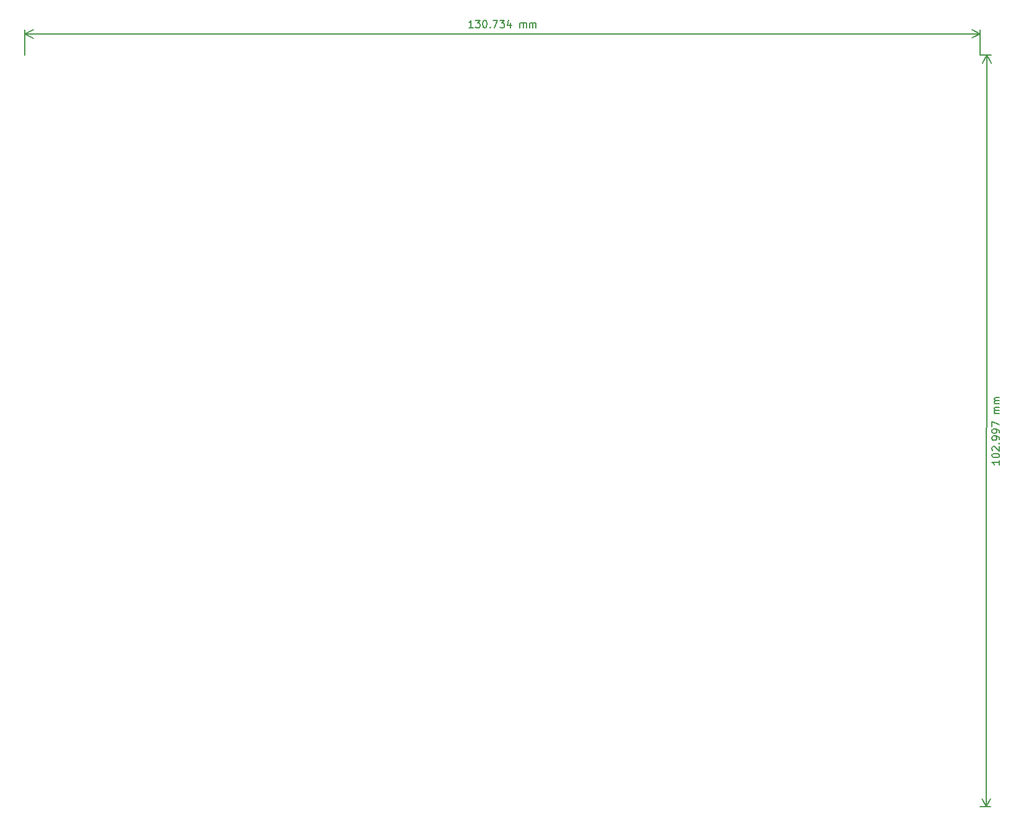
<source format=gbr>
G04 #@! TF.GenerationSoftware,KiCad,Pcbnew,(5.1.2)-2*
G04 #@! TF.CreationDate,2019-08-01T21:41:24-03:00*
G04 #@! TF.ProjectId,Frequency_Inverter,46726571-7565-46e6-9379-5f496e766572,rev?*
G04 #@! TF.SameCoordinates,Original*
G04 #@! TF.FileFunction,Drawing*
%FSLAX46Y46*%
G04 Gerber Fmt 4.6, Leading zero omitted, Abs format (unit mm)*
G04 Created by KiCad (PCBNEW (5.1.2)-2) date 2019-08-01 21:41:24*
%MOMM*%
%LPD*%
G04 APERTURE LIST*
%ADD10C,0.150000*%
G04 APERTURE END LIST*
D10*
X209663082Y-101495364D02*
X209662941Y-102066793D01*
X209663012Y-101781078D02*
X208663012Y-101780832D01*
X208805845Y-101876105D01*
X208901060Y-101971367D01*
X208948656Y-102066616D01*
X208663235Y-100876070D02*
X208663258Y-100780832D01*
X208710901Y-100685605D01*
X208758532Y-100637998D01*
X208853782Y-100590402D01*
X209044270Y-100542830D01*
X209282365Y-100542889D01*
X209472829Y-100590555D01*
X209568056Y-100638198D01*
X209615663Y-100685828D01*
X209663258Y-100781078D01*
X209663235Y-100876316D01*
X209615592Y-100971543D01*
X209567962Y-101019150D01*
X209472712Y-101066746D01*
X209282224Y-101114318D01*
X209044129Y-101114259D01*
X208853664Y-101066593D01*
X208758438Y-101018950D01*
X208710831Y-100971320D01*
X208663235Y-100876070D01*
X208758649Y-100161808D02*
X208711042Y-100114177D01*
X208663446Y-100018927D01*
X208663505Y-99780832D01*
X208711148Y-99685605D01*
X208758778Y-99637998D01*
X208854028Y-99590403D01*
X208949266Y-99590426D01*
X209092112Y-99638080D01*
X209663399Y-100209650D01*
X209663552Y-99590602D01*
X209568420Y-99162007D02*
X209616050Y-99114400D01*
X209663658Y-99162031D01*
X209616027Y-99209638D01*
X209568420Y-99162007D01*
X209663658Y-99162031D01*
X209663787Y-98638221D02*
X209663834Y-98447745D01*
X209616238Y-98352495D01*
X209568631Y-98304864D01*
X209425797Y-98209591D01*
X209235333Y-98161925D01*
X208854381Y-98161831D01*
X208759131Y-98209427D01*
X208711500Y-98257034D01*
X208663857Y-98352260D01*
X208663810Y-98542737D01*
X208711406Y-98637986D01*
X208759013Y-98685617D01*
X208854240Y-98733260D01*
X209092335Y-98733318D01*
X209187585Y-98685723D01*
X209235215Y-98638116D01*
X209282858Y-98542889D01*
X209282905Y-98352413D01*
X209235309Y-98257163D01*
X209187702Y-98209532D01*
X209092476Y-98161890D01*
X209664022Y-97685840D02*
X209664069Y-97495364D01*
X209616473Y-97400114D01*
X209568866Y-97352483D01*
X209426032Y-97257210D01*
X209235568Y-97209544D01*
X208854615Y-97209450D01*
X208759366Y-97257046D01*
X208711735Y-97304653D01*
X208664092Y-97399879D01*
X208664045Y-97590356D01*
X208711641Y-97685605D01*
X208759248Y-97733236D01*
X208854474Y-97780879D01*
X209092570Y-97780937D01*
X209187820Y-97733342D01*
X209235450Y-97685735D01*
X209283093Y-97590508D01*
X209283140Y-97400032D01*
X209235544Y-97304782D01*
X209187937Y-97257151D01*
X209092711Y-97209509D01*
X208664221Y-96876070D02*
X208664386Y-96209403D01*
X209664280Y-96638221D01*
X209664668Y-95066793D02*
X208998001Y-95066628D01*
X209093239Y-95066652D02*
X209045632Y-95019021D01*
X208998036Y-94923771D01*
X208998071Y-94780914D01*
X209045714Y-94685688D01*
X209140964Y-94638092D01*
X209664773Y-94638221D01*
X209140964Y-94638092D02*
X209045737Y-94590450D01*
X208998142Y-94495200D01*
X208998177Y-94352343D01*
X209045820Y-94257116D01*
X209141069Y-94209521D01*
X209664879Y-94209650D01*
X209664996Y-93733459D02*
X208998330Y-93733295D01*
X209093568Y-93733319D02*
X209045961Y-93685688D01*
X208998365Y-93590438D01*
X208998400Y-93447581D01*
X209046043Y-93352354D01*
X209141293Y-93304759D01*
X209665102Y-93304888D01*
X209141293Y-93304759D02*
X209046066Y-93257116D01*
X208998471Y-93161866D01*
X208998506Y-93019009D01*
X209046148Y-92923783D01*
X209141398Y-92876187D01*
X209665208Y-92876317D01*
X207924400Y-45948813D02*
X207899000Y-148945813D01*
X207060800Y-45948600D02*
X208510821Y-45948958D01*
X207035400Y-148945600D02*
X208485421Y-148945958D01*
X207899000Y-148945813D02*
X207312857Y-147819165D01*
X207899000Y-148945813D02*
X208485699Y-147819454D01*
X207924400Y-45948813D02*
X207337701Y-47075172D01*
X207924400Y-45948813D02*
X208510543Y-47075461D01*
X137645552Y-42218685D02*
X137074124Y-42218796D01*
X137359838Y-42218740D02*
X137359644Y-41218740D01*
X137264434Y-41361616D01*
X137169214Y-41456873D01*
X137073985Y-41504510D01*
X137978691Y-41218620D02*
X138597739Y-41218500D01*
X138264480Y-41599517D01*
X138407337Y-41599489D01*
X138502584Y-41647090D01*
X138550213Y-41694700D01*
X138597850Y-41789928D01*
X138597896Y-42028024D01*
X138550296Y-42123271D01*
X138502686Y-42170899D01*
X138407457Y-42218537D01*
X138121743Y-42218592D01*
X138026496Y-42170992D01*
X137978867Y-42123382D01*
X139216787Y-41218380D02*
X139312025Y-41218361D01*
X139407272Y-41265962D01*
X139454900Y-41313571D01*
X139502538Y-41408800D01*
X139550194Y-41599267D01*
X139550240Y-41837362D01*
X139502658Y-42027848D01*
X139455058Y-42123095D01*
X139407448Y-42170723D01*
X139312219Y-42218361D01*
X139216981Y-42218380D01*
X139121734Y-42170779D01*
X139074105Y-42123169D01*
X139026468Y-42027940D01*
X138978812Y-41837473D01*
X138978765Y-41599378D01*
X139026347Y-41408893D01*
X139073948Y-41313645D01*
X139121558Y-41266017D01*
X139216787Y-41218380D01*
X139978867Y-42122993D02*
X140026496Y-42170603D01*
X139978886Y-42218232D01*
X139931257Y-42170622D01*
X139978867Y-42122993D01*
X139978886Y-42218232D01*
X140359644Y-41218158D02*
X141026310Y-41218028D01*
X140597933Y-42218111D01*
X141312025Y-41217972D02*
X141931072Y-41217852D01*
X141597813Y-41598869D01*
X141740670Y-41598842D01*
X141835918Y-41646442D01*
X141883546Y-41694052D01*
X141931183Y-41789281D01*
X141931230Y-42027376D01*
X141883629Y-42122623D01*
X141836019Y-42170252D01*
X141740790Y-42217889D01*
X141455076Y-42217945D01*
X141359829Y-42170344D01*
X141312201Y-42122734D01*
X142788280Y-41551019D02*
X142788409Y-42217686D01*
X142550111Y-41170113D02*
X142312154Y-41884445D01*
X142931202Y-41884325D01*
X144074124Y-42217436D02*
X144073994Y-41550769D01*
X144074013Y-41646007D02*
X144121623Y-41598379D01*
X144216851Y-41550741D01*
X144359708Y-41550714D01*
X144454956Y-41598314D01*
X144502593Y-41693543D01*
X144502695Y-42217353D01*
X144502593Y-41693543D02*
X144550194Y-41598296D01*
X144645423Y-41550658D01*
X144788280Y-41550630D01*
X144883527Y-41598231D01*
X144931165Y-41693460D01*
X144931267Y-42217269D01*
X145407457Y-42217177D02*
X145407328Y-41550510D01*
X145407346Y-41645748D02*
X145454956Y-41598120D01*
X145550185Y-41550482D01*
X145693042Y-41550455D01*
X145788289Y-41598055D01*
X145835927Y-41693284D01*
X145836028Y-42217094D01*
X145835927Y-41693284D02*
X145883527Y-41598037D01*
X145978756Y-41550399D01*
X146121613Y-41550371D01*
X146216861Y-41597972D01*
X146264498Y-41693201D01*
X146264600Y-42217010D01*
X76326437Y-43078218D02*
X207060237Y-43052818D01*
X76327000Y-45974000D02*
X76326323Y-42491797D01*
X207060800Y-45948600D02*
X207060123Y-42466397D01*
X207060237Y-43052818D02*
X205933847Y-43639458D01*
X207060237Y-43052818D02*
X205933619Y-42466616D01*
X76326437Y-43078218D02*
X77453055Y-43664420D01*
X76326437Y-43078218D02*
X77452827Y-42491578D01*
M02*

</source>
